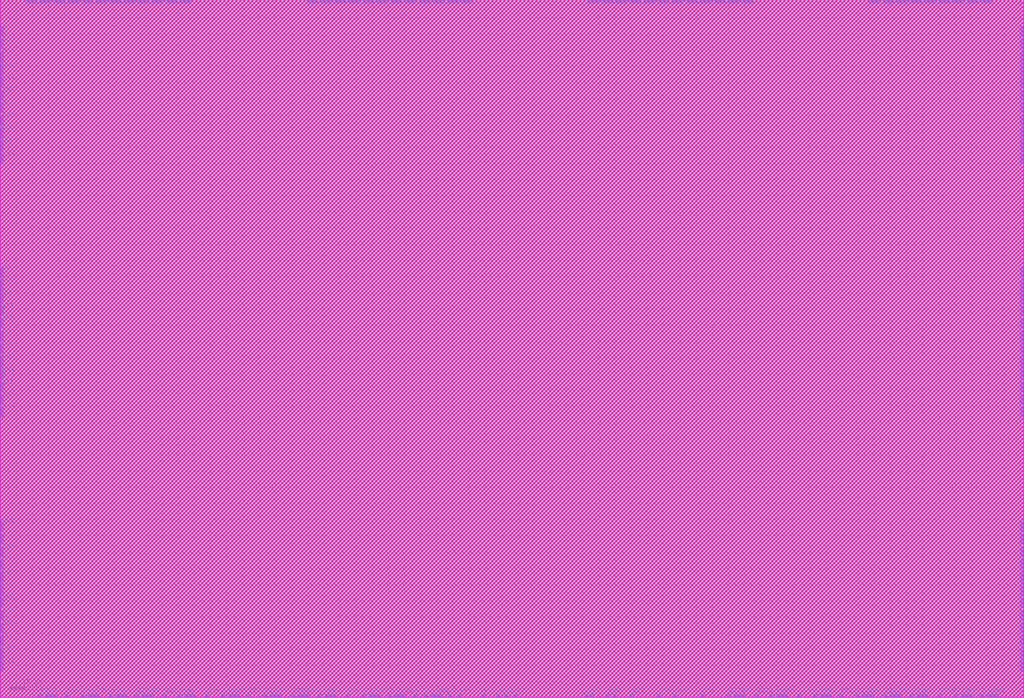
<source format=lef>
# 
#              Synchronous High Speed Single Port SRAM Compiler 
# 
#                    UMC 0.18um GenericII Logic Process
#    __________________________________________________________________________
# 
# 
#      (C) Copyright 2002-2009 Faraday Technology Corp. All Rights Reserved.
#    
#    This source code is an unpublished work belongs to Faraday Technology
#    Corp.  It is considered a trade secret and is not to be divulged or
#    used by parties who have not received written authorization from
#    Faraday Technology Corp.
#    
#    Faraday's home page can be found at:
#    http://www.faraday-tech.com/
#   
#       Module Name      : SUMA180_256X16
#       Words            : 256
#       Bits             : 16
#       Byte-Write       : 1
#       Aspect Ratio     : 1
#       Output Loading   : 0.05  (pf)
#       Data Slew        : 0.02  (ns)
#       CK Slew          : 0.02  (ns)
#       Power Ring Width : 2  (um)
# 
# -----------------------------------------------------------------------------
# 
#       Library          : FSA0M_A
#       Memaker          : 200901.2.1
#       Date             : 2025/06/05 11:31:30
# 
# -----------------------------------------------------------------------------


NAMESCASESENSITIVE ON ;
MACRO SUMA180_256X16
CLASS BLOCK ;
FOREIGN SUMA180_256X16 0.000 0.000 ;
ORIGIN 0.000 0.000 ;
SIZE 316.200 BY 215.600 ;
SYMMETRY x y r90 ;
SITE core_5040 ;
PIN VCC
  DIRECTION INOUT ;
  USE POWER ;
  SHAPE ABUTMENT ;
 PORT
  LAYER metal4 ;
  RECT 315.080 204.180 316.200 207.420 ;
  LAYER metal3 ;
  RECT 315.080 204.180 316.200 207.420 ;
  LAYER metal2 ;
  RECT 315.080 204.180 316.200 207.420 ;
  LAYER metal1 ;
  RECT 315.080 204.180 316.200 207.420 ;
 END
 PORT
  LAYER metal4 ;
  RECT 315.080 196.340 316.200 199.580 ;
  LAYER metal3 ;
  RECT 315.080 196.340 316.200 199.580 ;
  LAYER metal2 ;
  RECT 315.080 196.340 316.200 199.580 ;
  LAYER metal1 ;
  RECT 315.080 196.340 316.200 199.580 ;
 END
 PORT
  LAYER metal4 ;
  RECT 315.080 188.500 316.200 191.740 ;
  LAYER metal3 ;
  RECT 315.080 188.500 316.200 191.740 ;
  LAYER metal2 ;
  RECT 315.080 188.500 316.200 191.740 ;
  LAYER metal1 ;
  RECT 315.080 188.500 316.200 191.740 ;
 END
 PORT
  LAYER metal4 ;
  RECT 315.080 180.660 316.200 183.900 ;
  LAYER metal3 ;
  RECT 315.080 180.660 316.200 183.900 ;
  LAYER metal2 ;
  RECT 315.080 180.660 316.200 183.900 ;
  LAYER metal1 ;
  RECT 315.080 180.660 316.200 183.900 ;
 END
 PORT
  LAYER metal4 ;
  RECT 315.080 172.820 316.200 176.060 ;
  LAYER metal3 ;
  RECT 315.080 172.820 316.200 176.060 ;
  LAYER metal2 ;
  RECT 315.080 172.820 316.200 176.060 ;
  LAYER metal1 ;
  RECT 315.080 172.820 316.200 176.060 ;
 END
 PORT
  LAYER metal4 ;
  RECT 315.080 164.980 316.200 168.220 ;
  LAYER metal3 ;
  RECT 315.080 164.980 316.200 168.220 ;
  LAYER metal2 ;
  RECT 315.080 164.980 316.200 168.220 ;
  LAYER metal1 ;
  RECT 315.080 164.980 316.200 168.220 ;
 END
 PORT
  LAYER metal4 ;
  RECT 315.080 125.780 316.200 129.020 ;
  LAYER metal3 ;
  RECT 315.080 125.780 316.200 129.020 ;
  LAYER metal2 ;
  RECT 315.080 125.780 316.200 129.020 ;
  LAYER metal1 ;
  RECT 315.080 125.780 316.200 129.020 ;
 END
 PORT
  LAYER metal4 ;
  RECT 315.080 117.940 316.200 121.180 ;
  LAYER metal3 ;
  RECT 315.080 117.940 316.200 121.180 ;
  LAYER metal2 ;
  RECT 315.080 117.940 316.200 121.180 ;
  LAYER metal1 ;
  RECT 315.080 117.940 316.200 121.180 ;
 END
 PORT
  LAYER metal4 ;
  RECT 315.080 110.100 316.200 113.340 ;
  LAYER metal3 ;
  RECT 315.080 110.100 316.200 113.340 ;
  LAYER metal2 ;
  RECT 315.080 110.100 316.200 113.340 ;
  LAYER metal1 ;
  RECT 315.080 110.100 316.200 113.340 ;
 END
 PORT
  LAYER metal4 ;
  RECT 315.080 102.260 316.200 105.500 ;
  LAYER metal3 ;
  RECT 315.080 102.260 316.200 105.500 ;
  LAYER metal2 ;
  RECT 315.080 102.260 316.200 105.500 ;
  LAYER metal1 ;
  RECT 315.080 102.260 316.200 105.500 ;
 END
 PORT
  LAYER metal4 ;
  RECT 315.080 94.420 316.200 97.660 ;
  LAYER metal3 ;
  RECT 315.080 94.420 316.200 97.660 ;
  LAYER metal2 ;
  RECT 315.080 94.420 316.200 97.660 ;
  LAYER metal1 ;
  RECT 315.080 94.420 316.200 97.660 ;
 END
 PORT
  LAYER metal4 ;
  RECT 315.080 86.580 316.200 89.820 ;
  LAYER metal3 ;
  RECT 315.080 86.580 316.200 89.820 ;
  LAYER metal2 ;
  RECT 315.080 86.580 316.200 89.820 ;
  LAYER metal1 ;
  RECT 315.080 86.580 316.200 89.820 ;
 END
 PORT
  LAYER metal4 ;
  RECT 315.080 47.380 316.200 50.620 ;
  LAYER metal3 ;
  RECT 315.080 47.380 316.200 50.620 ;
  LAYER metal2 ;
  RECT 315.080 47.380 316.200 50.620 ;
  LAYER metal1 ;
  RECT 315.080 47.380 316.200 50.620 ;
 END
 PORT
  LAYER metal4 ;
  RECT 315.080 39.540 316.200 42.780 ;
  LAYER metal3 ;
  RECT 315.080 39.540 316.200 42.780 ;
  LAYER metal2 ;
  RECT 315.080 39.540 316.200 42.780 ;
  LAYER metal1 ;
  RECT 315.080 39.540 316.200 42.780 ;
 END
 PORT
  LAYER metal4 ;
  RECT 315.080 31.700 316.200 34.940 ;
  LAYER metal3 ;
  RECT 315.080 31.700 316.200 34.940 ;
  LAYER metal2 ;
  RECT 315.080 31.700 316.200 34.940 ;
  LAYER metal1 ;
  RECT 315.080 31.700 316.200 34.940 ;
 END
 PORT
  LAYER metal4 ;
  RECT 315.080 23.860 316.200 27.100 ;
  LAYER metal3 ;
  RECT 315.080 23.860 316.200 27.100 ;
  LAYER metal2 ;
  RECT 315.080 23.860 316.200 27.100 ;
  LAYER metal1 ;
  RECT 315.080 23.860 316.200 27.100 ;
 END
 PORT
  LAYER metal4 ;
  RECT 315.080 16.020 316.200 19.260 ;
  LAYER metal3 ;
  RECT 315.080 16.020 316.200 19.260 ;
  LAYER metal2 ;
  RECT 315.080 16.020 316.200 19.260 ;
  LAYER metal1 ;
  RECT 315.080 16.020 316.200 19.260 ;
 END
 PORT
  LAYER metal4 ;
  RECT 315.080 8.180 316.200 11.420 ;
  LAYER metal3 ;
  RECT 315.080 8.180 316.200 11.420 ;
  LAYER metal2 ;
  RECT 315.080 8.180 316.200 11.420 ;
  LAYER metal1 ;
  RECT 315.080 8.180 316.200 11.420 ;
 END
 PORT
  LAYER metal4 ;
  RECT 0.000 204.180 1.120 207.420 ;
  LAYER metal3 ;
  RECT 0.000 204.180 1.120 207.420 ;
  LAYER metal2 ;
  RECT 0.000 204.180 1.120 207.420 ;
  LAYER metal1 ;
  RECT 0.000 204.180 1.120 207.420 ;
 END
 PORT
  LAYER metal4 ;
  RECT 0.000 196.340 1.120 199.580 ;
  LAYER metal3 ;
  RECT 0.000 196.340 1.120 199.580 ;
  LAYER metal2 ;
  RECT 0.000 196.340 1.120 199.580 ;
  LAYER metal1 ;
  RECT 0.000 196.340 1.120 199.580 ;
 END
 PORT
  LAYER metal4 ;
  RECT 0.000 188.500 1.120 191.740 ;
  LAYER metal3 ;
  RECT 0.000 188.500 1.120 191.740 ;
  LAYER metal2 ;
  RECT 0.000 188.500 1.120 191.740 ;
  LAYER metal1 ;
  RECT 0.000 188.500 1.120 191.740 ;
 END
 PORT
  LAYER metal4 ;
  RECT 0.000 180.660 1.120 183.900 ;
  LAYER metal3 ;
  RECT 0.000 180.660 1.120 183.900 ;
  LAYER metal2 ;
  RECT 0.000 180.660 1.120 183.900 ;
  LAYER metal1 ;
  RECT 0.000 180.660 1.120 183.900 ;
 END
 PORT
  LAYER metal4 ;
  RECT 0.000 172.820 1.120 176.060 ;
  LAYER metal3 ;
  RECT 0.000 172.820 1.120 176.060 ;
  LAYER metal2 ;
  RECT 0.000 172.820 1.120 176.060 ;
  LAYER metal1 ;
  RECT 0.000 172.820 1.120 176.060 ;
 END
 PORT
  LAYER metal4 ;
  RECT 0.000 164.980 1.120 168.220 ;
  LAYER metal3 ;
  RECT 0.000 164.980 1.120 168.220 ;
  LAYER metal2 ;
  RECT 0.000 164.980 1.120 168.220 ;
  LAYER metal1 ;
  RECT 0.000 164.980 1.120 168.220 ;
 END
 PORT
  LAYER metal4 ;
  RECT 0.000 125.780 1.120 129.020 ;
  LAYER metal3 ;
  RECT 0.000 125.780 1.120 129.020 ;
  LAYER metal2 ;
  RECT 0.000 125.780 1.120 129.020 ;
  LAYER metal1 ;
  RECT 0.000 125.780 1.120 129.020 ;
 END
 PORT
  LAYER metal4 ;
  RECT 0.000 117.940 1.120 121.180 ;
  LAYER metal3 ;
  RECT 0.000 117.940 1.120 121.180 ;
  LAYER metal2 ;
  RECT 0.000 117.940 1.120 121.180 ;
  LAYER metal1 ;
  RECT 0.000 117.940 1.120 121.180 ;
 END
 PORT
  LAYER metal4 ;
  RECT 0.000 110.100 1.120 113.340 ;
  LAYER metal3 ;
  RECT 0.000 110.100 1.120 113.340 ;
  LAYER metal2 ;
  RECT 0.000 110.100 1.120 113.340 ;
  LAYER metal1 ;
  RECT 0.000 110.100 1.120 113.340 ;
 END
 PORT
  LAYER metal4 ;
  RECT 0.000 102.260 1.120 105.500 ;
  LAYER metal3 ;
  RECT 0.000 102.260 1.120 105.500 ;
  LAYER metal2 ;
  RECT 0.000 102.260 1.120 105.500 ;
  LAYER metal1 ;
  RECT 0.000 102.260 1.120 105.500 ;
 END
 PORT
  LAYER metal4 ;
  RECT 0.000 94.420 1.120 97.660 ;
  LAYER metal3 ;
  RECT 0.000 94.420 1.120 97.660 ;
  LAYER metal2 ;
  RECT 0.000 94.420 1.120 97.660 ;
  LAYER metal1 ;
  RECT 0.000 94.420 1.120 97.660 ;
 END
 PORT
  LAYER metal4 ;
  RECT 0.000 86.580 1.120 89.820 ;
  LAYER metal3 ;
  RECT 0.000 86.580 1.120 89.820 ;
  LAYER metal2 ;
  RECT 0.000 86.580 1.120 89.820 ;
  LAYER metal1 ;
  RECT 0.000 86.580 1.120 89.820 ;
 END
 PORT
  LAYER metal4 ;
  RECT 0.000 47.380 1.120 50.620 ;
  LAYER metal3 ;
  RECT 0.000 47.380 1.120 50.620 ;
  LAYER metal2 ;
  RECT 0.000 47.380 1.120 50.620 ;
  LAYER metal1 ;
  RECT 0.000 47.380 1.120 50.620 ;
 END
 PORT
  LAYER metal4 ;
  RECT 0.000 39.540 1.120 42.780 ;
  LAYER metal3 ;
  RECT 0.000 39.540 1.120 42.780 ;
  LAYER metal2 ;
  RECT 0.000 39.540 1.120 42.780 ;
  LAYER metal1 ;
  RECT 0.000 39.540 1.120 42.780 ;
 END
 PORT
  LAYER metal4 ;
  RECT 0.000 31.700 1.120 34.940 ;
  LAYER metal3 ;
  RECT 0.000 31.700 1.120 34.940 ;
  LAYER metal2 ;
  RECT 0.000 31.700 1.120 34.940 ;
  LAYER metal1 ;
  RECT 0.000 31.700 1.120 34.940 ;
 END
 PORT
  LAYER metal4 ;
  RECT 0.000 23.860 1.120 27.100 ;
  LAYER metal3 ;
  RECT 0.000 23.860 1.120 27.100 ;
  LAYER metal2 ;
  RECT 0.000 23.860 1.120 27.100 ;
  LAYER metal1 ;
  RECT 0.000 23.860 1.120 27.100 ;
 END
 PORT
  LAYER metal4 ;
  RECT 0.000 16.020 1.120 19.260 ;
  LAYER metal3 ;
  RECT 0.000 16.020 1.120 19.260 ;
  LAYER metal2 ;
  RECT 0.000 16.020 1.120 19.260 ;
  LAYER metal1 ;
  RECT 0.000 16.020 1.120 19.260 ;
 END
 PORT
  LAYER metal4 ;
  RECT 0.000 8.180 1.120 11.420 ;
  LAYER metal3 ;
  RECT 0.000 8.180 1.120 11.420 ;
  LAYER metal2 ;
  RECT 0.000 8.180 1.120 11.420 ;
  LAYER metal1 ;
  RECT 0.000 8.180 1.120 11.420 ;
 END
 PORT
  LAYER metal4 ;
  RECT 302.960 214.480 306.500 215.600 ;
  LAYER metal3 ;
  RECT 302.960 214.480 306.500 215.600 ;
  LAYER metal2 ;
  RECT 302.960 214.480 306.500 215.600 ;
  LAYER metal1 ;
  RECT 302.960 214.480 306.500 215.600 ;
 END
 PORT
  LAYER metal4 ;
  RECT 294.280 214.480 297.820 215.600 ;
  LAYER metal3 ;
  RECT 294.280 214.480 297.820 215.600 ;
  LAYER metal2 ;
  RECT 294.280 214.480 297.820 215.600 ;
  LAYER metal1 ;
  RECT 294.280 214.480 297.820 215.600 ;
 END
 PORT
  LAYER metal4 ;
  RECT 285.600 214.480 289.140 215.600 ;
  LAYER metal3 ;
  RECT 285.600 214.480 289.140 215.600 ;
  LAYER metal2 ;
  RECT 285.600 214.480 289.140 215.600 ;
  LAYER metal1 ;
  RECT 285.600 214.480 289.140 215.600 ;
 END
 PORT
  LAYER metal4 ;
  RECT 276.920 214.480 280.460 215.600 ;
  LAYER metal3 ;
  RECT 276.920 214.480 280.460 215.600 ;
  LAYER metal2 ;
  RECT 276.920 214.480 280.460 215.600 ;
  LAYER metal1 ;
  RECT 276.920 214.480 280.460 215.600 ;
 END
 PORT
  LAYER metal4 ;
  RECT 268.240 214.480 271.780 215.600 ;
  LAYER metal3 ;
  RECT 268.240 214.480 271.780 215.600 ;
  LAYER metal2 ;
  RECT 268.240 214.480 271.780 215.600 ;
  LAYER metal1 ;
  RECT 268.240 214.480 271.780 215.600 ;
 END
 PORT
  LAYER metal4 ;
  RECT 224.840 214.480 228.380 215.600 ;
  LAYER metal3 ;
  RECT 224.840 214.480 228.380 215.600 ;
  LAYER metal2 ;
  RECT 224.840 214.480 228.380 215.600 ;
  LAYER metal1 ;
  RECT 224.840 214.480 228.380 215.600 ;
 END
 PORT
  LAYER metal4 ;
  RECT 216.160 214.480 219.700 215.600 ;
  LAYER metal3 ;
  RECT 216.160 214.480 219.700 215.600 ;
  LAYER metal2 ;
  RECT 216.160 214.480 219.700 215.600 ;
  LAYER metal1 ;
  RECT 216.160 214.480 219.700 215.600 ;
 END
 PORT
  LAYER metal4 ;
  RECT 207.480 214.480 211.020 215.600 ;
  LAYER metal3 ;
  RECT 207.480 214.480 211.020 215.600 ;
  LAYER metal2 ;
  RECT 207.480 214.480 211.020 215.600 ;
  LAYER metal1 ;
  RECT 207.480 214.480 211.020 215.600 ;
 END
 PORT
  LAYER metal4 ;
  RECT 198.800 214.480 202.340 215.600 ;
  LAYER metal3 ;
  RECT 198.800 214.480 202.340 215.600 ;
  LAYER metal2 ;
  RECT 198.800 214.480 202.340 215.600 ;
  LAYER metal1 ;
  RECT 198.800 214.480 202.340 215.600 ;
 END
 PORT
  LAYER metal4 ;
  RECT 190.120 214.480 193.660 215.600 ;
  LAYER metal3 ;
  RECT 190.120 214.480 193.660 215.600 ;
  LAYER metal2 ;
  RECT 190.120 214.480 193.660 215.600 ;
  LAYER metal1 ;
  RECT 190.120 214.480 193.660 215.600 ;
 END
 PORT
  LAYER metal4 ;
  RECT 181.440 214.480 184.980 215.600 ;
  LAYER metal3 ;
  RECT 181.440 214.480 184.980 215.600 ;
  LAYER metal2 ;
  RECT 181.440 214.480 184.980 215.600 ;
  LAYER metal1 ;
  RECT 181.440 214.480 184.980 215.600 ;
 END
 PORT
  LAYER metal4 ;
  RECT 138.040 214.480 141.580 215.600 ;
  LAYER metal3 ;
  RECT 138.040 214.480 141.580 215.600 ;
  LAYER metal2 ;
  RECT 138.040 214.480 141.580 215.600 ;
  LAYER metal1 ;
  RECT 138.040 214.480 141.580 215.600 ;
 END
 PORT
  LAYER metal4 ;
  RECT 129.360 214.480 132.900 215.600 ;
  LAYER metal3 ;
  RECT 129.360 214.480 132.900 215.600 ;
  LAYER metal2 ;
  RECT 129.360 214.480 132.900 215.600 ;
  LAYER metal1 ;
  RECT 129.360 214.480 132.900 215.600 ;
 END
 PORT
  LAYER metal4 ;
  RECT 120.680 214.480 124.220 215.600 ;
  LAYER metal3 ;
  RECT 120.680 214.480 124.220 215.600 ;
  LAYER metal2 ;
  RECT 120.680 214.480 124.220 215.600 ;
  LAYER metal1 ;
  RECT 120.680 214.480 124.220 215.600 ;
 END
 PORT
  LAYER metal4 ;
  RECT 112.000 214.480 115.540 215.600 ;
  LAYER metal3 ;
  RECT 112.000 214.480 115.540 215.600 ;
  LAYER metal2 ;
  RECT 112.000 214.480 115.540 215.600 ;
  LAYER metal1 ;
  RECT 112.000 214.480 115.540 215.600 ;
 END
 PORT
  LAYER metal4 ;
  RECT 103.320 214.480 106.860 215.600 ;
  LAYER metal3 ;
  RECT 103.320 214.480 106.860 215.600 ;
  LAYER metal2 ;
  RECT 103.320 214.480 106.860 215.600 ;
  LAYER metal1 ;
  RECT 103.320 214.480 106.860 215.600 ;
 END
 PORT
  LAYER metal4 ;
  RECT 94.640 214.480 98.180 215.600 ;
  LAYER metal3 ;
  RECT 94.640 214.480 98.180 215.600 ;
  LAYER metal2 ;
  RECT 94.640 214.480 98.180 215.600 ;
  LAYER metal1 ;
  RECT 94.640 214.480 98.180 215.600 ;
 END
 PORT
  LAYER metal4 ;
  RECT 51.240 214.480 54.780 215.600 ;
  LAYER metal3 ;
  RECT 51.240 214.480 54.780 215.600 ;
  LAYER metal2 ;
  RECT 51.240 214.480 54.780 215.600 ;
  LAYER metal1 ;
  RECT 51.240 214.480 54.780 215.600 ;
 END
 PORT
  LAYER metal4 ;
  RECT 42.560 214.480 46.100 215.600 ;
  LAYER metal3 ;
  RECT 42.560 214.480 46.100 215.600 ;
  LAYER metal2 ;
  RECT 42.560 214.480 46.100 215.600 ;
  LAYER metal1 ;
  RECT 42.560 214.480 46.100 215.600 ;
 END
 PORT
  LAYER metal4 ;
  RECT 33.880 214.480 37.420 215.600 ;
  LAYER metal3 ;
  RECT 33.880 214.480 37.420 215.600 ;
  LAYER metal2 ;
  RECT 33.880 214.480 37.420 215.600 ;
  LAYER metal1 ;
  RECT 33.880 214.480 37.420 215.600 ;
 END
 PORT
  LAYER metal4 ;
  RECT 25.200 214.480 28.740 215.600 ;
  LAYER metal3 ;
  RECT 25.200 214.480 28.740 215.600 ;
  LAYER metal2 ;
  RECT 25.200 214.480 28.740 215.600 ;
  LAYER metal1 ;
  RECT 25.200 214.480 28.740 215.600 ;
 END
 PORT
  LAYER metal4 ;
  RECT 16.520 214.480 20.060 215.600 ;
  LAYER metal3 ;
  RECT 16.520 214.480 20.060 215.600 ;
  LAYER metal2 ;
  RECT 16.520 214.480 20.060 215.600 ;
  LAYER metal1 ;
  RECT 16.520 214.480 20.060 215.600 ;
 END
 PORT
  LAYER metal4 ;
  RECT 7.840 214.480 11.380 215.600 ;
  LAYER metal3 ;
  RECT 7.840 214.480 11.380 215.600 ;
  LAYER metal2 ;
  RECT 7.840 214.480 11.380 215.600 ;
  LAYER metal1 ;
  RECT 7.840 214.480 11.380 215.600 ;
 END
 PORT
  LAYER metal4 ;
  RECT 296.760 0.000 300.300 1.120 ;
  LAYER metal3 ;
  RECT 296.760 0.000 300.300 1.120 ;
  LAYER metal2 ;
  RECT 296.760 0.000 300.300 1.120 ;
  LAYER metal1 ;
  RECT 296.760 0.000 300.300 1.120 ;
 END
 PORT
  LAYER metal4 ;
  RECT 275.060 0.000 278.600 1.120 ;
  LAYER metal3 ;
  RECT 275.060 0.000 278.600 1.120 ;
  LAYER metal2 ;
  RECT 275.060 0.000 278.600 1.120 ;
  LAYER metal1 ;
  RECT 275.060 0.000 278.600 1.120 ;
 END
 PORT
  LAYER metal4 ;
  RECT 253.360 0.000 256.900 1.120 ;
  LAYER metal3 ;
  RECT 253.360 0.000 256.900 1.120 ;
  LAYER metal2 ;
  RECT 253.360 0.000 256.900 1.120 ;
  LAYER metal1 ;
  RECT 253.360 0.000 256.900 1.120 ;
 END
 PORT
  LAYER metal4 ;
  RECT 226.700 0.000 230.240 1.120 ;
  LAYER metal3 ;
  RECT 226.700 0.000 230.240 1.120 ;
  LAYER metal2 ;
  RECT 226.700 0.000 230.240 1.120 ;
  LAYER metal1 ;
  RECT 226.700 0.000 230.240 1.120 ;
 END
 PORT
  LAYER metal4 ;
  RECT 121.920 0.000 125.460 1.120 ;
  LAYER metal3 ;
  RECT 121.920 0.000 125.460 1.120 ;
  LAYER metal2 ;
  RECT 121.920 0.000 125.460 1.120 ;
  LAYER metal1 ;
  RECT 121.920 0.000 125.460 1.120 ;
 END
 PORT
  LAYER metal4 ;
  RECT 100.220 0.000 103.760 1.120 ;
  LAYER metal3 ;
  RECT 100.220 0.000 103.760 1.120 ;
  LAYER metal2 ;
  RECT 100.220 0.000 103.760 1.120 ;
  LAYER metal1 ;
  RECT 100.220 0.000 103.760 1.120 ;
 END
 PORT
  LAYER metal4 ;
  RECT 83.480 0.000 87.020 1.120 ;
  LAYER metal3 ;
  RECT 83.480 0.000 87.020 1.120 ;
  LAYER metal2 ;
  RECT 83.480 0.000 87.020 1.120 ;
  LAYER metal1 ;
  RECT 83.480 0.000 87.020 1.120 ;
 END
 PORT
  LAYER metal4 ;
  RECT 56.820 0.000 60.360 1.120 ;
  LAYER metal3 ;
  RECT 56.820 0.000 60.360 1.120 ;
  LAYER metal2 ;
  RECT 56.820 0.000 60.360 1.120 ;
  LAYER metal1 ;
  RECT 56.820 0.000 60.360 1.120 ;
 END
 PORT
  LAYER metal4 ;
  RECT 35.740 0.000 39.280 1.120 ;
  LAYER metal3 ;
  RECT 35.740 0.000 39.280 1.120 ;
  LAYER metal2 ;
  RECT 35.740 0.000 39.280 1.120 ;
  LAYER metal1 ;
  RECT 35.740 0.000 39.280 1.120 ;
 END
 PORT
  LAYER metal4 ;
  RECT 14.040 0.000 17.580 1.120 ;
  LAYER metal3 ;
  RECT 14.040 0.000 17.580 1.120 ;
  LAYER metal2 ;
  RECT 14.040 0.000 17.580 1.120 ;
  LAYER metal1 ;
  RECT 14.040 0.000 17.580 1.120 ;
 END
END VCC
PIN GND
  DIRECTION INOUT ;
  USE GROUND ;
  SHAPE ABUTMENT ;
 PORT
  LAYER metal4 ;
  RECT 315.080 200.260 316.200 203.500 ;
  LAYER metal3 ;
  RECT 315.080 200.260 316.200 203.500 ;
  LAYER metal2 ;
  RECT 315.080 200.260 316.200 203.500 ;
  LAYER metal1 ;
  RECT 315.080 200.260 316.200 203.500 ;
 END
 PORT
  LAYER metal4 ;
  RECT 315.080 192.420 316.200 195.660 ;
  LAYER metal3 ;
  RECT 315.080 192.420 316.200 195.660 ;
  LAYER metal2 ;
  RECT 315.080 192.420 316.200 195.660 ;
  LAYER metal1 ;
  RECT 315.080 192.420 316.200 195.660 ;
 END
 PORT
  LAYER metal4 ;
  RECT 315.080 184.580 316.200 187.820 ;
  LAYER metal3 ;
  RECT 315.080 184.580 316.200 187.820 ;
  LAYER metal2 ;
  RECT 315.080 184.580 316.200 187.820 ;
  LAYER metal1 ;
  RECT 315.080 184.580 316.200 187.820 ;
 END
 PORT
  LAYER metal4 ;
  RECT 315.080 176.740 316.200 179.980 ;
  LAYER metal3 ;
  RECT 315.080 176.740 316.200 179.980 ;
  LAYER metal2 ;
  RECT 315.080 176.740 316.200 179.980 ;
  LAYER metal1 ;
  RECT 315.080 176.740 316.200 179.980 ;
 END
 PORT
  LAYER metal4 ;
  RECT 315.080 168.900 316.200 172.140 ;
  LAYER metal3 ;
  RECT 315.080 168.900 316.200 172.140 ;
  LAYER metal2 ;
  RECT 315.080 168.900 316.200 172.140 ;
  LAYER metal1 ;
  RECT 315.080 168.900 316.200 172.140 ;
 END
 PORT
  LAYER metal4 ;
  RECT 315.080 129.700 316.200 132.940 ;
  LAYER metal3 ;
  RECT 315.080 129.700 316.200 132.940 ;
  LAYER metal2 ;
  RECT 315.080 129.700 316.200 132.940 ;
  LAYER metal1 ;
  RECT 315.080 129.700 316.200 132.940 ;
 END
 PORT
  LAYER metal4 ;
  RECT 315.080 121.860 316.200 125.100 ;
  LAYER metal3 ;
  RECT 315.080 121.860 316.200 125.100 ;
  LAYER metal2 ;
  RECT 315.080 121.860 316.200 125.100 ;
  LAYER metal1 ;
  RECT 315.080 121.860 316.200 125.100 ;
 END
 PORT
  LAYER metal4 ;
  RECT 315.080 114.020 316.200 117.260 ;
  LAYER metal3 ;
  RECT 315.080 114.020 316.200 117.260 ;
  LAYER metal2 ;
  RECT 315.080 114.020 316.200 117.260 ;
  LAYER metal1 ;
  RECT 315.080 114.020 316.200 117.260 ;
 END
 PORT
  LAYER metal4 ;
  RECT 315.080 106.180 316.200 109.420 ;
  LAYER metal3 ;
  RECT 315.080 106.180 316.200 109.420 ;
  LAYER metal2 ;
  RECT 315.080 106.180 316.200 109.420 ;
  LAYER metal1 ;
  RECT 315.080 106.180 316.200 109.420 ;
 END
 PORT
  LAYER metal4 ;
  RECT 315.080 98.340 316.200 101.580 ;
  LAYER metal3 ;
  RECT 315.080 98.340 316.200 101.580 ;
  LAYER metal2 ;
  RECT 315.080 98.340 316.200 101.580 ;
  LAYER metal1 ;
  RECT 315.080 98.340 316.200 101.580 ;
 END
 PORT
  LAYER metal4 ;
  RECT 315.080 90.500 316.200 93.740 ;
  LAYER metal3 ;
  RECT 315.080 90.500 316.200 93.740 ;
  LAYER metal2 ;
  RECT 315.080 90.500 316.200 93.740 ;
  LAYER metal1 ;
  RECT 315.080 90.500 316.200 93.740 ;
 END
 PORT
  LAYER metal4 ;
  RECT 315.080 51.300 316.200 54.540 ;
  LAYER metal3 ;
  RECT 315.080 51.300 316.200 54.540 ;
  LAYER metal2 ;
  RECT 315.080 51.300 316.200 54.540 ;
  LAYER metal1 ;
  RECT 315.080 51.300 316.200 54.540 ;
 END
 PORT
  LAYER metal4 ;
  RECT 315.080 43.460 316.200 46.700 ;
  LAYER metal3 ;
  RECT 315.080 43.460 316.200 46.700 ;
  LAYER metal2 ;
  RECT 315.080 43.460 316.200 46.700 ;
  LAYER metal1 ;
  RECT 315.080 43.460 316.200 46.700 ;
 END
 PORT
  LAYER metal4 ;
  RECT 315.080 35.620 316.200 38.860 ;
  LAYER metal3 ;
  RECT 315.080 35.620 316.200 38.860 ;
  LAYER metal2 ;
  RECT 315.080 35.620 316.200 38.860 ;
  LAYER metal1 ;
  RECT 315.080 35.620 316.200 38.860 ;
 END
 PORT
  LAYER metal4 ;
  RECT 315.080 27.780 316.200 31.020 ;
  LAYER metal3 ;
  RECT 315.080 27.780 316.200 31.020 ;
  LAYER metal2 ;
  RECT 315.080 27.780 316.200 31.020 ;
  LAYER metal1 ;
  RECT 315.080 27.780 316.200 31.020 ;
 END
 PORT
  LAYER metal4 ;
  RECT 315.080 19.940 316.200 23.180 ;
  LAYER metal3 ;
  RECT 315.080 19.940 316.200 23.180 ;
  LAYER metal2 ;
  RECT 315.080 19.940 316.200 23.180 ;
  LAYER metal1 ;
  RECT 315.080 19.940 316.200 23.180 ;
 END
 PORT
  LAYER metal4 ;
  RECT 315.080 12.100 316.200 15.340 ;
  LAYER metal3 ;
  RECT 315.080 12.100 316.200 15.340 ;
  LAYER metal2 ;
  RECT 315.080 12.100 316.200 15.340 ;
  LAYER metal1 ;
  RECT 315.080 12.100 316.200 15.340 ;
 END
 PORT
  LAYER metal4 ;
  RECT 0.000 200.260 1.120 203.500 ;
  LAYER metal3 ;
  RECT 0.000 200.260 1.120 203.500 ;
  LAYER metal2 ;
  RECT 0.000 200.260 1.120 203.500 ;
  LAYER metal1 ;
  RECT 0.000 200.260 1.120 203.500 ;
 END
 PORT
  LAYER metal4 ;
  RECT 0.000 192.420 1.120 195.660 ;
  LAYER metal3 ;
  RECT 0.000 192.420 1.120 195.660 ;
  LAYER metal2 ;
  RECT 0.000 192.420 1.120 195.660 ;
  LAYER metal1 ;
  RECT 0.000 192.420 1.120 195.660 ;
 END
 PORT
  LAYER metal4 ;
  RECT 0.000 184.580 1.120 187.820 ;
  LAYER metal3 ;
  RECT 0.000 184.580 1.120 187.820 ;
  LAYER metal2 ;
  RECT 0.000 184.580 1.120 187.820 ;
  LAYER metal1 ;
  RECT 0.000 184.580 1.120 187.820 ;
 END
 PORT
  LAYER metal4 ;
  RECT 0.000 176.740 1.120 179.980 ;
  LAYER metal3 ;
  RECT 0.000 176.740 1.120 179.980 ;
  LAYER metal2 ;
  RECT 0.000 176.740 1.120 179.980 ;
  LAYER metal1 ;
  RECT 0.000 176.740 1.120 179.980 ;
 END
 PORT
  LAYER metal4 ;
  RECT 0.000 168.900 1.120 172.140 ;
  LAYER metal3 ;
  RECT 0.000 168.900 1.120 172.140 ;
  LAYER metal2 ;
  RECT 0.000 168.900 1.120 172.140 ;
  LAYER metal1 ;
  RECT 0.000 168.900 1.120 172.140 ;
 END
 PORT
  LAYER metal4 ;
  RECT 0.000 129.700 1.120 132.940 ;
  LAYER metal3 ;
  RECT 0.000 129.700 1.120 132.940 ;
  LAYER metal2 ;
  RECT 0.000 129.700 1.120 132.940 ;
  LAYER metal1 ;
  RECT 0.000 129.700 1.120 132.940 ;
 END
 PORT
  LAYER metal4 ;
  RECT 0.000 121.860 1.120 125.100 ;
  LAYER metal3 ;
  RECT 0.000 121.860 1.120 125.100 ;
  LAYER metal2 ;
  RECT 0.000 121.860 1.120 125.100 ;
  LAYER metal1 ;
  RECT 0.000 121.860 1.120 125.100 ;
 END
 PORT
  LAYER metal4 ;
  RECT 0.000 114.020 1.120 117.260 ;
  LAYER metal3 ;
  RECT 0.000 114.020 1.120 117.260 ;
  LAYER metal2 ;
  RECT 0.000 114.020 1.120 117.260 ;
  LAYER metal1 ;
  RECT 0.000 114.020 1.120 117.260 ;
 END
 PORT
  LAYER metal4 ;
  RECT 0.000 106.180 1.120 109.420 ;
  LAYER metal3 ;
  RECT 0.000 106.180 1.120 109.420 ;
  LAYER metal2 ;
  RECT 0.000 106.180 1.120 109.420 ;
  LAYER metal1 ;
  RECT 0.000 106.180 1.120 109.420 ;
 END
 PORT
  LAYER metal4 ;
  RECT 0.000 98.340 1.120 101.580 ;
  LAYER metal3 ;
  RECT 0.000 98.340 1.120 101.580 ;
  LAYER metal2 ;
  RECT 0.000 98.340 1.120 101.580 ;
  LAYER metal1 ;
  RECT 0.000 98.340 1.120 101.580 ;
 END
 PORT
  LAYER metal4 ;
  RECT 0.000 90.500 1.120 93.740 ;
  LAYER metal3 ;
  RECT 0.000 90.500 1.120 93.740 ;
  LAYER metal2 ;
  RECT 0.000 90.500 1.120 93.740 ;
  LAYER metal1 ;
  RECT 0.000 90.500 1.120 93.740 ;
 END
 PORT
  LAYER metal4 ;
  RECT 0.000 51.300 1.120 54.540 ;
  LAYER metal3 ;
  RECT 0.000 51.300 1.120 54.540 ;
  LAYER metal2 ;
  RECT 0.000 51.300 1.120 54.540 ;
  LAYER metal1 ;
  RECT 0.000 51.300 1.120 54.540 ;
 END
 PORT
  LAYER metal4 ;
  RECT 0.000 43.460 1.120 46.700 ;
  LAYER metal3 ;
  RECT 0.000 43.460 1.120 46.700 ;
  LAYER metal2 ;
  RECT 0.000 43.460 1.120 46.700 ;
  LAYER metal1 ;
  RECT 0.000 43.460 1.120 46.700 ;
 END
 PORT
  LAYER metal4 ;
  RECT 0.000 35.620 1.120 38.860 ;
  LAYER metal3 ;
  RECT 0.000 35.620 1.120 38.860 ;
  LAYER metal2 ;
  RECT 0.000 35.620 1.120 38.860 ;
  LAYER metal1 ;
  RECT 0.000 35.620 1.120 38.860 ;
 END
 PORT
  LAYER metal4 ;
  RECT 0.000 27.780 1.120 31.020 ;
  LAYER metal3 ;
  RECT 0.000 27.780 1.120 31.020 ;
  LAYER metal2 ;
  RECT 0.000 27.780 1.120 31.020 ;
  LAYER metal1 ;
  RECT 0.000 27.780 1.120 31.020 ;
 END
 PORT
  LAYER metal4 ;
  RECT 0.000 19.940 1.120 23.180 ;
  LAYER metal3 ;
  RECT 0.000 19.940 1.120 23.180 ;
  LAYER metal2 ;
  RECT 0.000 19.940 1.120 23.180 ;
  LAYER metal1 ;
  RECT 0.000 19.940 1.120 23.180 ;
 END
 PORT
  LAYER metal4 ;
  RECT 0.000 12.100 1.120 15.340 ;
  LAYER metal3 ;
  RECT 0.000 12.100 1.120 15.340 ;
  LAYER metal2 ;
  RECT 0.000 12.100 1.120 15.340 ;
  LAYER metal1 ;
  RECT 0.000 12.100 1.120 15.340 ;
 END
 PORT
  LAYER metal4 ;
  RECT 298.620 214.480 302.160 215.600 ;
  LAYER metal3 ;
  RECT 298.620 214.480 302.160 215.600 ;
  LAYER metal2 ;
  RECT 298.620 214.480 302.160 215.600 ;
  LAYER metal1 ;
  RECT 298.620 214.480 302.160 215.600 ;
 END
 PORT
  LAYER metal4 ;
  RECT 289.940 214.480 293.480 215.600 ;
  LAYER metal3 ;
  RECT 289.940 214.480 293.480 215.600 ;
  LAYER metal2 ;
  RECT 289.940 214.480 293.480 215.600 ;
  LAYER metal1 ;
  RECT 289.940 214.480 293.480 215.600 ;
 END
 PORT
  LAYER metal4 ;
  RECT 281.260 214.480 284.800 215.600 ;
  LAYER metal3 ;
  RECT 281.260 214.480 284.800 215.600 ;
  LAYER metal2 ;
  RECT 281.260 214.480 284.800 215.600 ;
  LAYER metal1 ;
  RECT 281.260 214.480 284.800 215.600 ;
 END
 PORT
  LAYER metal4 ;
  RECT 272.580 214.480 276.120 215.600 ;
  LAYER metal3 ;
  RECT 272.580 214.480 276.120 215.600 ;
  LAYER metal2 ;
  RECT 272.580 214.480 276.120 215.600 ;
  LAYER metal1 ;
  RECT 272.580 214.480 276.120 215.600 ;
 END
 PORT
  LAYER metal4 ;
  RECT 229.180 214.480 232.720 215.600 ;
  LAYER metal3 ;
  RECT 229.180 214.480 232.720 215.600 ;
  LAYER metal2 ;
  RECT 229.180 214.480 232.720 215.600 ;
  LAYER metal1 ;
  RECT 229.180 214.480 232.720 215.600 ;
 END
 PORT
  LAYER metal4 ;
  RECT 220.500 214.480 224.040 215.600 ;
  LAYER metal3 ;
  RECT 220.500 214.480 224.040 215.600 ;
  LAYER metal2 ;
  RECT 220.500 214.480 224.040 215.600 ;
  LAYER metal1 ;
  RECT 220.500 214.480 224.040 215.600 ;
 END
 PORT
  LAYER metal4 ;
  RECT 211.820 214.480 215.360 215.600 ;
  LAYER metal3 ;
  RECT 211.820 214.480 215.360 215.600 ;
  LAYER metal2 ;
  RECT 211.820 214.480 215.360 215.600 ;
  LAYER metal1 ;
  RECT 211.820 214.480 215.360 215.600 ;
 END
 PORT
  LAYER metal4 ;
  RECT 203.140 214.480 206.680 215.600 ;
  LAYER metal3 ;
  RECT 203.140 214.480 206.680 215.600 ;
  LAYER metal2 ;
  RECT 203.140 214.480 206.680 215.600 ;
  LAYER metal1 ;
  RECT 203.140 214.480 206.680 215.600 ;
 END
 PORT
  LAYER metal4 ;
  RECT 194.460 214.480 198.000 215.600 ;
  LAYER metal3 ;
  RECT 194.460 214.480 198.000 215.600 ;
  LAYER metal2 ;
  RECT 194.460 214.480 198.000 215.600 ;
  LAYER metal1 ;
  RECT 194.460 214.480 198.000 215.600 ;
 END
 PORT
  LAYER metal4 ;
  RECT 185.780 214.480 189.320 215.600 ;
  LAYER metal3 ;
  RECT 185.780 214.480 189.320 215.600 ;
  LAYER metal2 ;
  RECT 185.780 214.480 189.320 215.600 ;
  LAYER metal1 ;
  RECT 185.780 214.480 189.320 215.600 ;
 END
 PORT
  LAYER metal4 ;
  RECT 142.380 214.480 145.920 215.600 ;
  LAYER metal3 ;
  RECT 142.380 214.480 145.920 215.600 ;
  LAYER metal2 ;
  RECT 142.380 214.480 145.920 215.600 ;
  LAYER metal1 ;
  RECT 142.380 214.480 145.920 215.600 ;
 END
 PORT
  LAYER metal4 ;
  RECT 133.700 214.480 137.240 215.600 ;
  LAYER metal3 ;
  RECT 133.700 214.480 137.240 215.600 ;
  LAYER metal2 ;
  RECT 133.700 214.480 137.240 215.600 ;
  LAYER metal1 ;
  RECT 133.700 214.480 137.240 215.600 ;
 END
 PORT
  LAYER metal4 ;
  RECT 125.020 214.480 128.560 215.600 ;
  LAYER metal3 ;
  RECT 125.020 214.480 128.560 215.600 ;
  LAYER metal2 ;
  RECT 125.020 214.480 128.560 215.600 ;
  LAYER metal1 ;
  RECT 125.020 214.480 128.560 215.600 ;
 END
 PORT
  LAYER metal4 ;
  RECT 116.340 214.480 119.880 215.600 ;
  LAYER metal3 ;
  RECT 116.340 214.480 119.880 215.600 ;
  LAYER metal2 ;
  RECT 116.340 214.480 119.880 215.600 ;
  LAYER metal1 ;
  RECT 116.340 214.480 119.880 215.600 ;
 END
 PORT
  LAYER metal4 ;
  RECT 107.660 214.480 111.200 215.600 ;
  LAYER metal3 ;
  RECT 107.660 214.480 111.200 215.600 ;
  LAYER metal2 ;
  RECT 107.660 214.480 111.200 215.600 ;
  LAYER metal1 ;
  RECT 107.660 214.480 111.200 215.600 ;
 END
 PORT
  LAYER metal4 ;
  RECT 98.980 214.480 102.520 215.600 ;
  LAYER metal3 ;
  RECT 98.980 214.480 102.520 215.600 ;
  LAYER metal2 ;
  RECT 98.980 214.480 102.520 215.600 ;
  LAYER metal1 ;
  RECT 98.980 214.480 102.520 215.600 ;
 END
 PORT
  LAYER metal4 ;
  RECT 55.580 214.480 59.120 215.600 ;
  LAYER metal3 ;
  RECT 55.580 214.480 59.120 215.600 ;
  LAYER metal2 ;
  RECT 55.580 214.480 59.120 215.600 ;
  LAYER metal1 ;
  RECT 55.580 214.480 59.120 215.600 ;
 END
 PORT
  LAYER metal4 ;
  RECT 46.900 214.480 50.440 215.600 ;
  LAYER metal3 ;
  RECT 46.900 214.480 50.440 215.600 ;
  LAYER metal2 ;
  RECT 46.900 214.480 50.440 215.600 ;
  LAYER metal1 ;
  RECT 46.900 214.480 50.440 215.600 ;
 END
 PORT
  LAYER metal4 ;
  RECT 38.220 214.480 41.760 215.600 ;
  LAYER metal3 ;
  RECT 38.220 214.480 41.760 215.600 ;
  LAYER metal2 ;
  RECT 38.220 214.480 41.760 215.600 ;
  LAYER metal1 ;
  RECT 38.220 214.480 41.760 215.600 ;
 END
 PORT
  LAYER metal4 ;
  RECT 29.540 214.480 33.080 215.600 ;
  LAYER metal3 ;
  RECT 29.540 214.480 33.080 215.600 ;
  LAYER metal2 ;
  RECT 29.540 214.480 33.080 215.600 ;
  LAYER metal1 ;
  RECT 29.540 214.480 33.080 215.600 ;
 END
 PORT
  LAYER metal4 ;
  RECT 20.860 214.480 24.400 215.600 ;
  LAYER metal3 ;
  RECT 20.860 214.480 24.400 215.600 ;
  LAYER metal2 ;
  RECT 20.860 214.480 24.400 215.600 ;
  LAYER metal1 ;
  RECT 20.860 214.480 24.400 215.600 ;
 END
 PORT
  LAYER metal4 ;
  RECT 12.180 214.480 15.720 215.600 ;
  LAYER metal3 ;
  RECT 12.180 214.480 15.720 215.600 ;
  LAYER metal2 ;
  RECT 12.180 214.480 15.720 215.600 ;
  LAYER metal1 ;
  RECT 12.180 214.480 15.720 215.600 ;
 END
 PORT
  LAYER metal4 ;
  RECT 304.820 0.000 308.360 1.120 ;
  LAYER metal3 ;
  RECT 304.820 0.000 308.360 1.120 ;
  LAYER metal2 ;
  RECT 304.820 0.000 308.360 1.120 ;
  LAYER metal1 ;
  RECT 304.820 0.000 308.360 1.120 ;
 END
 PORT
  LAYER metal4 ;
  RECT 283.120 0.000 286.660 1.120 ;
  LAYER metal3 ;
  RECT 283.120 0.000 286.660 1.120 ;
  LAYER metal2 ;
  RECT 283.120 0.000 286.660 1.120 ;
  LAYER metal1 ;
  RECT 283.120 0.000 286.660 1.120 ;
 END
 PORT
  LAYER metal4 ;
  RECT 266.380 0.000 269.920 1.120 ;
  LAYER metal3 ;
  RECT 266.380 0.000 269.920 1.120 ;
  LAYER metal2 ;
  RECT 266.380 0.000 269.920 1.120 ;
  LAYER metal1 ;
  RECT 266.380 0.000 269.920 1.120 ;
 END
 PORT
  LAYER metal4 ;
  RECT 239.720 0.000 243.260 1.120 ;
  LAYER metal3 ;
  RECT 239.720 0.000 243.260 1.120 ;
  LAYER metal2 ;
  RECT 239.720 0.000 243.260 1.120 ;
  LAYER metal1 ;
  RECT 239.720 0.000 243.260 1.120 ;
 END
 PORT
  LAYER metal4 ;
  RECT 133.080 0.000 136.620 1.120 ;
  LAYER metal3 ;
  RECT 133.080 0.000 136.620 1.120 ;
  LAYER metal2 ;
  RECT 133.080 0.000 136.620 1.120 ;
  LAYER metal1 ;
  RECT 133.080 0.000 136.620 1.120 ;
 END
 PORT
  LAYER metal4 ;
  RECT 113.860 0.000 117.400 1.120 ;
  LAYER metal3 ;
  RECT 113.860 0.000 117.400 1.120 ;
  LAYER metal2 ;
  RECT 113.860 0.000 117.400 1.120 ;
  LAYER metal1 ;
  RECT 113.860 0.000 117.400 1.120 ;
 END
 PORT
  LAYER metal4 ;
  RECT 92.160 0.000 95.700 1.120 ;
  LAYER metal3 ;
  RECT 92.160 0.000 95.700 1.120 ;
  LAYER metal2 ;
  RECT 92.160 0.000 95.700 1.120 ;
  LAYER metal1 ;
  RECT 92.160 0.000 95.700 1.120 ;
 END
 PORT
  LAYER metal4 ;
  RECT 70.460 0.000 74.000 1.120 ;
  LAYER metal3 ;
  RECT 70.460 0.000 74.000 1.120 ;
  LAYER metal2 ;
  RECT 70.460 0.000 74.000 1.120 ;
  LAYER metal1 ;
  RECT 70.460 0.000 74.000 1.120 ;
 END
 PORT
  LAYER metal4 ;
  RECT 43.800 0.000 47.340 1.120 ;
  LAYER metal3 ;
  RECT 43.800 0.000 47.340 1.120 ;
  LAYER metal2 ;
  RECT 43.800 0.000 47.340 1.120 ;
  LAYER metal1 ;
  RECT 43.800 0.000 47.340 1.120 ;
 END
 PORT
  LAYER metal4 ;
  RECT 27.060 0.000 30.600 1.120 ;
  LAYER metal3 ;
  RECT 27.060 0.000 30.600 1.120 ;
  LAYER metal2 ;
  RECT 27.060 0.000 30.600 1.120 ;
  LAYER metal1 ;
  RECT 27.060 0.000 30.600 1.120 ;
 END
END GND
PIN DO15
  DIRECTION OUTPUT ;
  CAPACITANCE 0.031 ;
 PORT
  LAYER metal4 ;
  RECT 302.620 0.000 303.740 1.120 ;
  LAYER metal3 ;
  RECT 302.620 0.000 303.740 1.120 ;
  LAYER metal2 ;
  RECT 302.620 0.000 303.740 1.120 ;
  LAYER metal1 ;
  RECT 302.620 0.000 303.740 1.120 ;
 END
END DO15
PIN DI15
  DIRECTION INPUT ;
  CAPACITANCE 0.012 ;
 PORT
  LAYER metal4 ;
  RECT 294.560 0.000 295.680 1.120 ;
  LAYER metal3 ;
  RECT 294.560 0.000 295.680 1.120 ;
  LAYER metal2 ;
  RECT 294.560 0.000 295.680 1.120 ;
  LAYER metal1 ;
  RECT 294.560 0.000 295.680 1.120 ;
 END
END DI15
PIN DO14
  DIRECTION OUTPUT ;
  CAPACITANCE 0.031 ;
 PORT
  LAYER metal4 ;
  RECT 289.600 0.000 290.720 1.120 ;
  LAYER metal3 ;
  RECT 289.600 0.000 290.720 1.120 ;
  LAYER metal2 ;
  RECT 289.600 0.000 290.720 1.120 ;
  LAYER metal1 ;
  RECT 289.600 0.000 290.720 1.120 ;
 END
END DO14
PIN DI14
  DIRECTION INPUT ;
  CAPACITANCE 0.012 ;
 PORT
  LAYER metal4 ;
  RECT 280.920 0.000 282.040 1.120 ;
  LAYER metal3 ;
  RECT 280.920 0.000 282.040 1.120 ;
  LAYER metal2 ;
  RECT 280.920 0.000 282.040 1.120 ;
  LAYER metal1 ;
  RECT 280.920 0.000 282.040 1.120 ;
 END
END DI14
PIN DO13
  DIRECTION OUTPUT ;
  CAPACITANCE 0.031 ;
 PORT
  LAYER metal4 ;
  RECT 272.860 0.000 273.980 1.120 ;
  LAYER metal3 ;
  RECT 272.860 0.000 273.980 1.120 ;
  LAYER metal2 ;
  RECT 272.860 0.000 273.980 1.120 ;
  LAYER metal1 ;
  RECT 272.860 0.000 273.980 1.120 ;
 END
END DO13
PIN DI13
  DIRECTION INPUT ;
  CAPACITANCE 0.012 ;
 PORT
  LAYER metal4 ;
  RECT 264.180 0.000 265.300 1.120 ;
  LAYER metal3 ;
  RECT 264.180 0.000 265.300 1.120 ;
  LAYER metal2 ;
  RECT 264.180 0.000 265.300 1.120 ;
  LAYER metal1 ;
  RECT 264.180 0.000 265.300 1.120 ;
 END
END DI13
PIN DO12
  DIRECTION OUTPUT ;
  CAPACITANCE 0.031 ;
 PORT
  LAYER metal4 ;
  RECT 259.220 0.000 260.340 1.120 ;
  LAYER metal3 ;
  RECT 259.220 0.000 260.340 1.120 ;
  LAYER metal2 ;
  RECT 259.220 0.000 260.340 1.120 ;
  LAYER metal1 ;
  RECT 259.220 0.000 260.340 1.120 ;
 END
END DO12
PIN DI12
  DIRECTION INPUT ;
  CAPACITANCE 0.012 ;
 PORT
  LAYER metal4 ;
  RECT 251.160 0.000 252.280 1.120 ;
  LAYER metal3 ;
  RECT 251.160 0.000 252.280 1.120 ;
  LAYER metal2 ;
  RECT 251.160 0.000 252.280 1.120 ;
  LAYER metal1 ;
  RECT 251.160 0.000 252.280 1.120 ;
 END
END DI12
PIN DO11
  DIRECTION OUTPUT ;
  CAPACITANCE 0.031 ;
 PORT
  LAYER metal4 ;
  RECT 246.200 0.000 247.320 1.120 ;
  LAYER metal3 ;
  RECT 246.200 0.000 247.320 1.120 ;
  LAYER metal2 ;
  RECT 246.200 0.000 247.320 1.120 ;
  LAYER metal1 ;
  RECT 246.200 0.000 247.320 1.120 ;
 END
END DO11
PIN DI11
  DIRECTION INPUT ;
  CAPACITANCE 0.012 ;
 PORT
  LAYER metal4 ;
  RECT 237.520 0.000 238.640 1.120 ;
  LAYER metal3 ;
  RECT 237.520 0.000 238.640 1.120 ;
  LAYER metal2 ;
  RECT 237.520 0.000 238.640 1.120 ;
  LAYER metal1 ;
  RECT 237.520 0.000 238.640 1.120 ;
 END
END DI11
PIN DO10
  DIRECTION OUTPUT ;
  CAPACITANCE 0.031 ;
 PORT
  LAYER metal4 ;
  RECT 233.180 0.000 234.300 1.120 ;
  LAYER metal3 ;
  RECT 233.180 0.000 234.300 1.120 ;
  LAYER metal2 ;
  RECT 233.180 0.000 234.300 1.120 ;
  LAYER metal1 ;
  RECT 233.180 0.000 234.300 1.120 ;
 END
END DO10
PIN DI10
  DIRECTION INPUT ;
  CAPACITANCE 0.012 ;
 PORT
  LAYER metal4 ;
  RECT 224.500 0.000 225.620 1.120 ;
  LAYER metal3 ;
  RECT 224.500 0.000 225.620 1.120 ;
  LAYER metal2 ;
  RECT 224.500 0.000 225.620 1.120 ;
  LAYER metal1 ;
  RECT 224.500 0.000 225.620 1.120 ;
 END
END DI10
PIN DO9
  DIRECTION OUTPUT ;
  CAPACITANCE 0.031 ;
 PORT
  LAYER metal4 ;
  RECT 216.440 0.000 217.560 1.120 ;
  LAYER metal3 ;
  RECT 216.440 0.000 217.560 1.120 ;
  LAYER metal2 ;
  RECT 216.440 0.000 217.560 1.120 ;
  LAYER metal1 ;
  RECT 216.440 0.000 217.560 1.120 ;
 END
END DO9
PIN DI9
  DIRECTION INPUT ;
  CAPACITANCE 0.012 ;
 PORT
  LAYER metal4 ;
  RECT 207.760 0.000 208.880 1.120 ;
  LAYER metal3 ;
  RECT 207.760 0.000 208.880 1.120 ;
  LAYER metal2 ;
  RECT 207.760 0.000 208.880 1.120 ;
  LAYER metal1 ;
  RECT 207.760 0.000 208.880 1.120 ;
 END
END DI9
PIN DO8
  DIRECTION OUTPUT ;
  CAPACITANCE 0.031 ;
 PORT
  LAYER metal4 ;
  RECT 202.800 0.000 203.920 1.120 ;
  LAYER metal3 ;
  RECT 202.800 0.000 203.920 1.120 ;
  LAYER metal2 ;
  RECT 202.800 0.000 203.920 1.120 ;
  LAYER metal1 ;
  RECT 202.800 0.000 203.920 1.120 ;
 END
END DO8
PIN DI8
  DIRECTION INPUT ;
  CAPACITANCE 0.012 ;
 PORT
  LAYER metal4 ;
  RECT 194.740 0.000 195.860 1.120 ;
  LAYER metal3 ;
  RECT 194.740 0.000 195.860 1.120 ;
  LAYER metal2 ;
  RECT 194.740 0.000 195.860 1.120 ;
  LAYER metal1 ;
  RECT 194.740 0.000 195.860 1.120 ;
 END
END DI8
PIN A1
  DIRECTION INPUT ;
  CAPACITANCE 0.027 ;
 PORT
  LAYER metal4 ;
  RECT 189.160 0.000 190.280 1.120 ;
  LAYER metal3 ;
  RECT 189.160 0.000 190.280 1.120 ;
  LAYER metal2 ;
  RECT 189.160 0.000 190.280 1.120 ;
  LAYER metal1 ;
  RECT 189.160 0.000 190.280 1.120 ;
 END
END A1
PIN WEB
  DIRECTION INPUT ;
  CAPACITANCE 0.011 ;
 PORT
  LAYER metal4 ;
  RECT 187.300 0.000 188.420 1.120 ;
  LAYER metal3 ;
  RECT 187.300 0.000 188.420 1.120 ;
  LAYER metal2 ;
  RECT 187.300 0.000 188.420 1.120 ;
  LAYER metal1 ;
  RECT 187.300 0.000 188.420 1.120 ;
 END
END WEB
PIN OE
  DIRECTION INPUT ;
  CAPACITANCE 0.033 ;
 PORT
  LAYER metal4 ;
  RECT 182.340 0.000 183.460 1.120 ;
  LAYER metal3 ;
  RECT 182.340 0.000 183.460 1.120 ;
  LAYER metal2 ;
  RECT 182.340 0.000 183.460 1.120 ;
  LAYER metal1 ;
  RECT 182.340 0.000 183.460 1.120 ;
 END
END OE
PIN CS
  DIRECTION INPUT ;
  CAPACITANCE 0.123 ;
 PORT
  LAYER metal4 ;
  RECT 180.480 0.000 181.600 1.120 ;
  LAYER metal3 ;
  RECT 180.480 0.000 181.600 1.120 ;
  LAYER metal2 ;
  RECT 180.480 0.000 181.600 1.120 ;
  LAYER metal1 ;
  RECT 180.480 0.000 181.600 1.120 ;
 END
END CS
PIN A2
  DIRECTION INPUT ;
  CAPACITANCE 0.027 ;
 PORT
  LAYER metal4 ;
  RECT 158.780 0.000 159.900 1.120 ;
  LAYER metal3 ;
  RECT 158.780 0.000 159.900 1.120 ;
  LAYER metal2 ;
  RECT 158.780 0.000 159.900 1.120 ;
  LAYER metal1 ;
  RECT 158.780 0.000 159.900 1.120 ;
 END
END A2
PIN CK
  DIRECTION INPUT ;
  CAPACITANCE 0.063 ;
 PORT
  LAYER metal4 ;
  RECT 155.680 0.000 156.800 1.120 ;
  LAYER metal3 ;
  RECT 155.680 0.000 156.800 1.120 ;
  LAYER metal2 ;
  RECT 155.680 0.000 156.800 1.120 ;
  LAYER metal1 ;
  RECT 155.680 0.000 156.800 1.120 ;
 END
END CK
PIN A0
  DIRECTION INPUT ;
  CAPACITANCE 0.027 ;
 PORT
  LAYER metal4 ;
  RECT 153.200 0.000 154.320 1.120 ;
  LAYER metal3 ;
  RECT 153.200 0.000 154.320 1.120 ;
  LAYER metal2 ;
  RECT 153.200 0.000 154.320 1.120 ;
  LAYER metal1 ;
  RECT 153.200 0.000 154.320 1.120 ;
 END
END A0
PIN A3
  DIRECTION INPUT ;
  CAPACITANCE 0.027 ;
 PORT
  LAYER metal4 ;
  RECT 148.860 0.000 149.980 1.120 ;
  LAYER metal3 ;
  RECT 148.860 0.000 149.980 1.120 ;
  LAYER metal2 ;
  RECT 148.860 0.000 149.980 1.120 ;
  LAYER metal1 ;
  RECT 148.860 0.000 149.980 1.120 ;
 END
END A3
PIN A4
  DIRECTION INPUT ;
  CAPACITANCE 0.027 ;
 PORT
  LAYER metal4 ;
  RECT 141.420 0.000 142.540 1.120 ;
  LAYER metal3 ;
  RECT 141.420 0.000 142.540 1.120 ;
  LAYER metal2 ;
  RECT 141.420 0.000 142.540 1.120 ;
  LAYER metal1 ;
  RECT 141.420 0.000 142.540 1.120 ;
 END
END A4
PIN A5
  DIRECTION INPUT ;
  CAPACITANCE 0.027 ;
 PORT
  LAYER metal4 ;
  RECT 138.320 0.000 139.440 1.120 ;
  LAYER metal3 ;
  RECT 138.320 0.000 139.440 1.120 ;
  LAYER metal2 ;
  RECT 138.320 0.000 139.440 1.120 ;
  LAYER metal1 ;
  RECT 138.320 0.000 139.440 1.120 ;
 END
END A5
PIN A6
  DIRECTION INPUT ;
  CAPACITANCE 0.027 ;
 PORT
  LAYER metal4 ;
  RECT 130.880 0.000 132.000 1.120 ;
  LAYER metal3 ;
  RECT 130.880 0.000 132.000 1.120 ;
  LAYER metal2 ;
  RECT 130.880 0.000 132.000 1.120 ;
  LAYER metal1 ;
  RECT 130.880 0.000 132.000 1.120 ;
 END
END A6
PIN A7
  DIRECTION INPUT ;
  CAPACITANCE 0.027 ;
 PORT
  LAYER metal4 ;
  RECT 127.780 0.000 128.900 1.120 ;
  LAYER metal3 ;
  RECT 127.780 0.000 128.900 1.120 ;
  LAYER metal2 ;
  RECT 127.780 0.000 128.900 1.120 ;
  LAYER metal1 ;
  RECT 127.780 0.000 128.900 1.120 ;
 END
END A7
PIN DO7
  DIRECTION OUTPUT ;
  CAPACITANCE 0.031 ;
 PORT
  LAYER metal4 ;
  RECT 119.720 0.000 120.840 1.120 ;
  LAYER metal3 ;
  RECT 119.720 0.000 120.840 1.120 ;
  LAYER metal2 ;
  RECT 119.720 0.000 120.840 1.120 ;
  LAYER metal1 ;
  RECT 119.720 0.000 120.840 1.120 ;
 END
END DO7
PIN DI7
  DIRECTION INPUT ;
  CAPACITANCE 0.012 ;
 PORT
  LAYER metal4 ;
  RECT 111.660 0.000 112.780 1.120 ;
  LAYER metal3 ;
  RECT 111.660 0.000 112.780 1.120 ;
  LAYER metal2 ;
  RECT 111.660 0.000 112.780 1.120 ;
  LAYER metal1 ;
  RECT 111.660 0.000 112.780 1.120 ;
 END
END DI7
PIN DO6
  DIRECTION OUTPUT ;
  CAPACITANCE 0.031 ;
 PORT
  LAYER metal4 ;
  RECT 106.700 0.000 107.820 1.120 ;
  LAYER metal3 ;
  RECT 106.700 0.000 107.820 1.120 ;
  LAYER metal2 ;
  RECT 106.700 0.000 107.820 1.120 ;
  LAYER metal1 ;
  RECT 106.700 0.000 107.820 1.120 ;
 END
END DO6
PIN DI6
  DIRECTION INPUT ;
  CAPACITANCE 0.012 ;
 PORT
  LAYER metal4 ;
  RECT 98.020 0.000 99.140 1.120 ;
  LAYER metal3 ;
  RECT 98.020 0.000 99.140 1.120 ;
  LAYER metal2 ;
  RECT 98.020 0.000 99.140 1.120 ;
  LAYER metal1 ;
  RECT 98.020 0.000 99.140 1.120 ;
 END
END DI6
PIN DO5
  DIRECTION OUTPUT ;
  CAPACITANCE 0.031 ;
 PORT
  LAYER metal4 ;
  RECT 89.960 0.000 91.080 1.120 ;
  LAYER metal3 ;
  RECT 89.960 0.000 91.080 1.120 ;
  LAYER metal2 ;
  RECT 89.960 0.000 91.080 1.120 ;
  LAYER metal1 ;
  RECT 89.960 0.000 91.080 1.120 ;
 END
END DO5
PIN DI5
  DIRECTION INPUT ;
  CAPACITANCE 0.012 ;
 PORT
  LAYER metal4 ;
  RECT 81.280 0.000 82.400 1.120 ;
  LAYER metal3 ;
  RECT 81.280 0.000 82.400 1.120 ;
  LAYER metal2 ;
  RECT 81.280 0.000 82.400 1.120 ;
  LAYER metal1 ;
  RECT 81.280 0.000 82.400 1.120 ;
 END
END DI5
PIN DO4
  DIRECTION OUTPUT ;
  CAPACITANCE 0.031 ;
 PORT
  LAYER metal4 ;
  RECT 76.320 0.000 77.440 1.120 ;
  LAYER metal3 ;
  RECT 76.320 0.000 77.440 1.120 ;
  LAYER metal2 ;
  RECT 76.320 0.000 77.440 1.120 ;
  LAYER metal1 ;
  RECT 76.320 0.000 77.440 1.120 ;
 END
END DO4
PIN DI4
  DIRECTION INPUT ;
  CAPACITANCE 0.012 ;
 PORT
  LAYER metal4 ;
  RECT 68.260 0.000 69.380 1.120 ;
  LAYER metal3 ;
  RECT 68.260 0.000 69.380 1.120 ;
  LAYER metal2 ;
  RECT 68.260 0.000 69.380 1.120 ;
  LAYER metal1 ;
  RECT 68.260 0.000 69.380 1.120 ;
 END
END DI4
PIN DO3
  DIRECTION OUTPUT ;
  CAPACITANCE 0.031 ;
 PORT
  LAYER metal4 ;
  RECT 63.300 0.000 64.420 1.120 ;
  LAYER metal3 ;
  RECT 63.300 0.000 64.420 1.120 ;
  LAYER metal2 ;
  RECT 63.300 0.000 64.420 1.120 ;
  LAYER metal1 ;
  RECT 63.300 0.000 64.420 1.120 ;
 END
END DO3
PIN DI3
  DIRECTION INPUT ;
  CAPACITANCE 0.012 ;
 PORT
  LAYER metal4 ;
  RECT 54.620 0.000 55.740 1.120 ;
  LAYER metal3 ;
  RECT 54.620 0.000 55.740 1.120 ;
  LAYER metal2 ;
  RECT 54.620 0.000 55.740 1.120 ;
  LAYER metal1 ;
  RECT 54.620 0.000 55.740 1.120 ;
 END
END DI3
PIN DO2
  DIRECTION OUTPUT ;
  CAPACITANCE 0.031 ;
 PORT
  LAYER metal4 ;
  RECT 50.280 0.000 51.400 1.120 ;
  LAYER metal3 ;
  RECT 50.280 0.000 51.400 1.120 ;
  LAYER metal2 ;
  RECT 50.280 0.000 51.400 1.120 ;
  LAYER metal1 ;
  RECT 50.280 0.000 51.400 1.120 ;
 END
END DO2
PIN DI2
  DIRECTION INPUT ;
  CAPACITANCE 0.012 ;
 PORT
  LAYER metal4 ;
  RECT 41.600 0.000 42.720 1.120 ;
  LAYER metal3 ;
  RECT 41.600 0.000 42.720 1.120 ;
  LAYER metal2 ;
  RECT 41.600 0.000 42.720 1.120 ;
  LAYER metal1 ;
  RECT 41.600 0.000 42.720 1.120 ;
 END
END DI2
PIN DO1
  DIRECTION OUTPUT ;
  CAPACITANCE 0.031 ;
 PORT
  LAYER metal4 ;
  RECT 33.540 0.000 34.660 1.120 ;
  LAYER metal3 ;
  RECT 33.540 0.000 34.660 1.120 ;
  LAYER metal2 ;
  RECT 33.540 0.000 34.660 1.120 ;
  LAYER metal1 ;
  RECT 33.540 0.000 34.660 1.120 ;
 END
END DO1
PIN DI1
  DIRECTION INPUT ;
  CAPACITANCE 0.012 ;
 PORT
  LAYER metal4 ;
  RECT 24.860 0.000 25.980 1.120 ;
  LAYER metal3 ;
  RECT 24.860 0.000 25.980 1.120 ;
  LAYER metal2 ;
  RECT 24.860 0.000 25.980 1.120 ;
  LAYER metal1 ;
  RECT 24.860 0.000 25.980 1.120 ;
 END
END DI1
PIN DO0
  DIRECTION OUTPUT ;
  CAPACITANCE 0.031 ;
 PORT
  LAYER metal4 ;
  RECT 19.900 0.000 21.020 1.120 ;
  LAYER metal3 ;
  RECT 19.900 0.000 21.020 1.120 ;
  LAYER metal2 ;
  RECT 19.900 0.000 21.020 1.120 ;
  LAYER metal1 ;
  RECT 19.900 0.000 21.020 1.120 ;
 END
END DO0
PIN DI0
  DIRECTION INPUT ;
  CAPACITANCE 0.012 ;
 PORT
  LAYER metal4 ;
  RECT 11.840 0.000 12.960 1.120 ;
  LAYER metal3 ;
  RECT 11.840 0.000 12.960 1.120 ;
  LAYER metal2 ;
  RECT 11.840 0.000 12.960 1.120 ;
  LAYER metal1 ;
  RECT 11.840 0.000 12.960 1.120 ;
 END
END DI0
OBS
  LAYER metal1 SPACING 0.280 ;
  RECT 0.000 0.140 316.200 215.600 ;
  LAYER metal2 SPACING 0.320 ;
  RECT 0.000 0.140 316.200 215.600 ;
  LAYER metal3 SPACING 0.320 ;
  RECT 0.000 0.140 316.200 215.600 ;
  LAYER metal4 SPACING 0.600 ;
  RECT 0.000 0.140 316.200 215.600 ;
  LAYER via ;
  RECT 0.000 0.140 316.200 215.600 ;
  LAYER via2 ;
  RECT 0.000 0.140 316.200 215.600 ;
  LAYER via3 ;
  RECT 0.000 0.140 316.200 215.600 ;
END
END SUMA180_256X16
END LIBRARY




</source>
